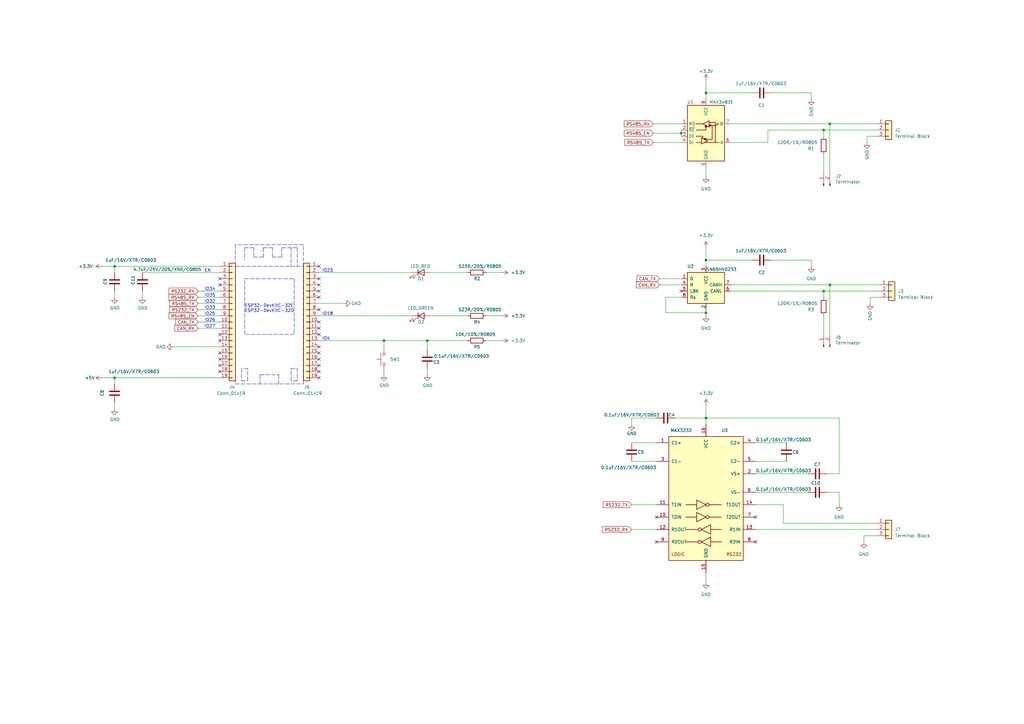
<source format=kicad_sch>
(kicad_sch (version 20211123) (generator eeschema)
  (paper "A3")
  (title_block (title "ENP-KIT-232-485-CAN") (date "2022-09-16") (rev "${git_tag}"))
  (lib_symbols
    (symbol "Connector:Conn_01x02_Male" (pin_names (offset 1.016) hide)
      (property "Reference" "J" (at 0 2.54 0))
      (property "Value" "Conn_01x02_Male" (at 0 -5.08 0))
      (symbol "Conn_01x02_Male_1_1"
        (polyline (pts (xy 1.27 -2.54) (xy 0.8636 -2.54)) (stroke (width 0.1524)))
        (polyline (pts (xy 1.27 0) (xy 0.8636 0)) (stroke (width 0.1524)))
        (rectangle (start 0.8636 -2.413) (end 0 -2.667) (stroke (width 0.1524)) (fill (type outline)))
        (rectangle (start 0.8636 0.127) (end 0 -0.127) (stroke (width 0.1524)) (fill (type outline)))
        (pin passive line (at 5.08 0 180) (length 3.81) (name "Pin_1") (number "1"))
        (pin passive line (at 5.08 -2.54 180) (length 3.81) (name "Pin_2") (number "2"))
      )
    )
    (symbol "Connector_Generic:Conn_01x03" (pin_names (offset 1.016) hide)
      (property "Reference" "J" (at 0 5.08 0))
      (property "Value" "Conn_01x03" (at 0 -5.08 0))
      (symbol "Conn_01x03_1_1"
        (rectangle (start -1.27 -2.413) (end 0 -2.667) (stroke (width 0.1524)))
        (rectangle (start -1.27 0.127) (end 0 -0.127) (stroke (width 0.1524)))
        (rectangle (start -1.27 2.667) (end 0 2.413) (stroke (width 0.1524)))
        (rectangle (start -1.27 3.81) (end 1.27 -3.81) (stroke (width 0.254)) (fill (type background)))
        (pin passive line (at -5.08 2.54 0) (length 3.81) (name "Pin_1") (number "1"))
        (pin passive line (at -5.08 0 0) (length 3.81) (name "Pin_2") (number "2"))
        (pin passive line (at -5.08 -2.54 0) (length 3.81) (name "Pin_3") (number "3"))
      )
    )
    (symbol "Connector_Generic:Conn_01x19" (pin_names (offset 1.016) hide)
      (property "Reference" "J" (at 0 25.4 0))
      (property "Value" "Conn_01x19" (at 0 -25.4 0))
      (symbol "Conn_01x19_1_1"
        (rectangle (start -1.27 -22.733) (end 0 -22.987) (stroke (width 0.1524)))
        (rectangle (start -1.27 -20.193) (end 0 -20.447) (stroke (width 0.1524)))
        (rectangle (start -1.27 -17.653) (end 0 -17.907) (stroke (width 0.1524)))
        (rectangle (start -1.27 -15.113) (end 0 -15.367) (stroke (width 0.1524)))
        (rectangle (start -1.27 -12.573) (end 0 -12.827) (stroke (width 0.1524)))
        (rectangle (start -1.27 -10.033) (end 0 -10.287) (stroke (width 0.1524)))
        (rectangle (start -1.27 -7.493) (end 0 -7.747) (stroke (width 0.1524)))
        (rectangle (start -1.27 -4.953) (end 0 -5.207) (stroke (width 0.1524)))
        (rectangle (start -1.27 -2.413) (end 0 -2.667) (stroke (width 0.1524)))
        (rectangle (start -1.27 0.127) (end 0 -0.127) (stroke (width 0.1524)))
        (rectangle (start -1.27 2.667) (end 0 2.413) (stroke (width 0.1524)))
        (rectangle (start -1.27 5.207) (end 0 4.953) (stroke (width 0.1524)))
        (rectangle (start -1.27 7.747) (end 0 7.493) (stroke (width 0.1524)))
        (rectangle (start -1.27 10.287) (end 0 10.033) (stroke (width 0.1524)))
        (rectangle (start -1.27 12.827) (end 0 12.573) (stroke (width 0.1524)))
        (rectangle (start -1.27 15.367) (end 0 15.113) (stroke (width 0.1524)))
        (rectangle (start -1.27 17.907) (end 0 17.653) (stroke (width 0.1524)))
        (rectangle (start -1.27 20.447) (end 0 20.193) (stroke (width 0.1524)))
        (rectangle (start -1.27 22.987) (end 0 22.733) (stroke (width 0.1524)))
        (rectangle (start -1.27 24.13) (end 1.27 -24.13) (stroke (width 0.254)) (fill (type background)))
        (pin passive line (at -5.08 22.86 0) (length 3.81) (name "Pin_1") (number "1"))
        (pin passive line (at -5.08 0 0) (length 3.81) (name "Pin_10") (number "10"))
        (pin passive line (at -5.08 -2.54 0) (length 3.81) (name "Pin_11") (number "11"))
        (pin passive line (at -5.08 -5.08 0) (length 3.81) (name "Pin_12") (number "12"))
        (pin passive line (at -5.08 -7.62 0) (length 3.81) (name "Pin_13") (number "13"))
        (pin passive line (at -5.08 -10.16 0) (length 3.81) (name "Pin_14") (number "14"))
        (pin passive line (at -5.08 -12.7 0) (length 3.81) (name "Pin_15") (number "15"))
        (pin passive line (at -5.08 -15.24 0) (length 3.81) (name "Pin_16") (number "16"))
        (pin passive line (at -5.08 -17.78 0) (length 3.81) (name "Pin_17") (number "17"))
        (pin passive line (at -5.08 -20.32 0) (length 3.81) (name "Pin_18") (number "18"))
        (pin passive line (at -5.08 -22.86 0) (length 3.81) (name "Pin_19") (number "19"))
        (pin passive line (at -5.08 20.32 0) (length 3.81) (name "Pin_2") (number "2"))
        (pin passive line (at -5.08 17.78 0) (length 3.81) (name "Pin_3") (number "3"))
        (pin passive line (at -5.08 15.24 0) (length 3.81) (name "Pin_4") (number "4"))
        (pin passive line (at -5.08 12.7 0) (length 3.81) (name "Pin_5") (number "5"))
        (pin passive line (at -5.08 10.16 0) (length 3.81) (name "Pin_6") (number "6"))
        (pin passive line (at -5.08 7.62 0) (length 3.81) (name "Pin_7") (number "7"))
        (pin passive line (at -5.08 5.08 0) (length 3.81) (name "Pin_8") (number "8"))
        (pin passive line (at -5.08 2.54 0) (length 3.81) (name "Pin_9") (number "9"))
      )
    )
    (symbol "Device:C" (pin_numbers hide) (pin_names (offset 0.254))
      (property "Reference" "C" (at 0.635 2.54 0))
      (property "Value" "C" (at 0.635 -2.54 0))
      (symbol "C_0_1"
        (polyline (pts (xy -2.032 -0.762) (xy 2.032 -0.762)) (stroke (width 0.508)))
        (polyline (pts (xy -2.032 0.762) (xy 2.032 0.762)) (stroke (width 0.508)))
      )
      (symbol "C_1_1"
        (pin passive line (at 0 3.81 270) (length 2.794) (name "~") (number "1"))
        (pin passive line (at 0 -3.81 90) (length 2.794) (name "~") (number "2"))
      )
    )
    (symbol "Device:LED" (pin_numbers hide) (pin_names (offset 1.016) hide)
      (property "Reference" "D" (at 0 2.54 0))
      (property "Value" "LED" (at 0 -2.54 0))
      (symbol "LED_0_1"
        (polyline (pts (xy -1.27 -1.27) (xy -1.27 1.27)) (stroke (width 0.254)))
        (polyline (pts (xy -1.27 0) (xy 1.27 0)))
        (polyline (pts (xy 1.27 -1.27) (xy 1.27 1.27) (xy -1.27 0) (xy 1.27 -1.27)) (stroke (width 0.254)))
        (polyline (pts (xy -3.048 -0.762) (xy -4.572 -2.286) (xy -3.81 -2.286) (xy -4.572 -2.286) (xy -4.572 -1.524)))
        (polyline (pts (xy -1.778 -0.762) (xy -3.302 -2.286) (xy -2.54 -2.286) (xy -3.302 -2.286) (xy -3.302 -1.524)))
      )
      (symbol "LED_1_1"
        (pin passive line (at -3.81 0 0) (length 2.54) (name "K") (number "1"))
        (pin passive line (at 3.81 0 180) (length 2.54) (name "A") (number "2"))
      )
    )
    (symbol "Device:R" (pin_numbers hide) (pin_names (offset 0))
      (property "Reference" "R" (at 2.032 0 90))
      (property "Value" "R" (at 0 0 90))
      (symbol "R_0_1"
        (rectangle (start -1.016 -2.54) (end 1.016 2.54) (stroke (width 0.254)))
      )
      (symbol "R_1_1"
        (pin passive line (at 0 3.81 270) (length 1.27) (name "~") (number "1"))
        (pin passive line (at 0 -3.81 90) (length 1.27) (name "~") (number "2"))
      )
    )
    (symbol "Interface_CAN_LIN:SN65HVD233" (pin_names (offset 1.016))
      (property "Reference" "U" (at -2.54 10.16 0))
      (property "Value" "SN65HVD233" (at -2.54 7.62 0))
      (symbol "SN65HVD233_0_1"
        (rectangle (start -7.62 5.08) (end 7.62 -7.62) (stroke (width 0.254)) (fill (type background)))
      )
      (symbol "SN65HVD233_1_1"
        (pin input line (at -10.16 2.54 0) (length 2.54) (name "D") (number "1"))
        (pin power_in line (at 0 -10.16 90) (length 2.54) (name "GND") (number "2"))
        (pin power_in line (at 0 7.62 270) (length 2.54) (name "VCC") (number "3"))
        (pin output line (at -10.16 0 0) (length 2.54) (name "R") (number "4"))
        (pin input line (at -10.16 -2.54 0) (length 2.54) (name "LBK") (number "5"))
        (pin bidirectional line (at 10.16 -2.54 180) (length 2.54) (name "CANL") (number "6"))
        (pin bidirectional line (at 10.16 0 180) (length 2.54) (name "CANH") (number "7"))
        (pin input line (at -10.16 -5.08 0) (length 2.54) (name "Rs") (number "8"))
      )
    )
    (symbol "Interface_UART:MAX232" (pin_names (offset 1.016))
      (property "Reference" "U" (at -2.54 28.575 0))
      (property "Value" "MAX232" (at -2.54 26.67 0))
      (symbol "MAX232_0_0"
        (text "LOGIC" (at -11.43 -22.86 0) (effects (font (size 1.27 1.27))))
        (text "RS232" (at 11.43 -22.86 0) (effects (font (size 1.27 1.27))))
      )
      (symbol "MAX232_0_1"
        (rectangle (start -15.24 -25.4) (end 15.24 25.4) (stroke (width 0.254)) (fill (type background)))
        (circle (center -2.54 -17.78) (radius 0.635) (stroke (width 0.254)))
        (circle (center -2.54 -12.7) (radius 0.635) (stroke (width 0.254)))
        (polyline (pts (xy -3.81 -7.62) (xy -8.255 -7.62)) (stroke (width 0.254)))
        (polyline (pts (xy -3.81 -2.54) (xy -8.255 -2.54)) (stroke (width 0.254)))
        (polyline (pts (xy -3.175 -17.78) (xy -8.255 -17.78)) (stroke (width 0.254)))
        (polyline (pts (xy -3.175 -12.7) (xy -8.255 -12.7)) (stroke (width 0.254)))
        (polyline (pts (xy 1.27 -7.62) (xy 6.35 -7.62)) (stroke (width 0.254)))
        (polyline (pts (xy 1.27 -2.54) (xy 6.35 -2.54)) (stroke (width 0.254)))
        (polyline (pts (xy 1.905 -17.78) (xy 6.35 -17.78)) (stroke (width 0.254)))
        (polyline (pts (xy 1.905 -12.7) (xy 6.35 -12.7)) (stroke (width 0.254)))
        (polyline (pts (xy -3.81 -5.715) (xy -3.81 -9.525) (xy 0 -7.62) (xy -3.81 -5.715)) (stroke (width 0.254)))
        (polyline (pts (xy -3.81 -0.635) (xy -3.81 -4.445) (xy 0 -2.54) (xy -3.81 -0.635)) (stroke (width 0.254)))
        (polyline (pts (xy 1.905 -15.875) (xy 1.905 -19.685) (xy -1.905 -17.78) (xy 1.905 -15.875)) (stroke (width 0.254)))
        (polyline (pts (xy 1.905 -10.795) (xy 1.905 -14.605) (xy -1.905 -12.7) (xy 1.905 -10.795)) (stroke (width 0.254)))
        (circle (center 0.635 -7.62) (radius 0.635) (stroke (width 0.254)))
        (circle (center 0.635 -2.54) (radius 0.635) (stroke (width 0.254)))
      )
      (symbol "MAX232_1_1"
        (pin passive line (at -20.32 22.86 0) (length 5.08) (name "C1+") (number "1"))
        (pin input line (at -20.32 -7.62 0) (length 5.08) (name "T2IN") (number "10"))
        (pin input line (at -20.32 -2.54 0) (length 5.08) (name "T1IN") (number "11"))
        (pin output line (at -20.32 -12.7 0) (length 5.08) (name "R1OUT") (number "12"))
        (pin input line (at 20.32 -12.7 180) (length 5.08) (name "R1IN") (number "13"))
        (pin output line (at 20.32 -2.54 180) (length 5.08) (name "T1OUT") (number "14"))
        (pin power_in line (at 0 -30.48 90) (length 5.08) (name "GND") (number "15"))
        (pin power_in line (at 0 30.48 270) (length 5.08) (name "VCC") (number "16"))
        (pin power_out line (at 20.32 10.16 180) (length 5.08) (name "VS+") (number "2"))
        (pin passive line (at -20.32 15.24 0) (length 5.08) (name "C1-") (number "3"))
        (pin passive line (at 20.32 22.86 180) (length 5.08) (name "C2+") (number "4"))
        (pin passive line (at 20.32 15.24 180) (length 5.08) (name "C2-") (number "5"))
        (pin power_out line (at 20.32 2.54 180) (length 5.08) (name "VS-") (number "6"))
        (pin output line (at 20.32 -7.62 180) (length 5.08) (name "T2OUT") (number "7"))
        (pin input line (at 20.32 -17.78 180) (length 5.08) (name "R2IN") (number "8"))
        (pin output line (at -20.32 -17.78 0) (length 5.08) (name "R2OUT") (number "9"))
      )
    )
    (symbol "Interface_UART:MAX485E"
      (property "Reference" "U" (at -6.096 11.43 0))
      (property "Value" "MAX485E" (at 0.762 11.43 0))
      (symbol "MAX485E_0_1"
        (rectangle (start -7.62 10.16) (end 7.62 -12.7) (stroke (width 0.254)) (fill (type background)))
        (circle (center -0.3048 -3.683) (radius 0.3556) (stroke (width 0.254)) (fill (type outline)))
        (circle (center -0.0254 1.4986) (radius 0.3556) (stroke (width 0.254)) (fill (type outline)))
        (polyline (pts (xy -4.064 -5.08) (xy -1.905 -5.08)) (stroke (width 0.254)))
        (polyline (pts (xy -4.064 2.54) (xy -1.27 2.54)) (stroke (width 0.254)))
        (polyline (pts (xy -1.27 -3.2004) (xy -1.27 -3.4544)) (stroke (width 0.254)))
        (polyline (pts (xy -0.635 -5.08) (xy 5.334 -5.08)) (stroke (width 0.254)))
        (polyline (pts (xy -4.064 -2.54) (xy -1.27 -2.54) (xy -1.27 -3.175)) (stroke (width 0.254)))
        (polyline (pts (xy 0 1.27) (xy 0 0) (xy -4.064 0)) (stroke (width 0.254)))
        (polyline (pts (xy 1.27 3.175) (xy 3.81 3.175) (xy 3.81 -5.08)) (stroke (width 0.254)))
        (polyline (pts (xy 2.54 1.905) (xy 2.54 -3.81) (xy 0 -3.81)) (stroke (width 0.254)))
        (polyline (pts (xy -1.905 -3.175) (xy -1.905 -5.715) (xy 0.635 -4.445) (xy -1.905 -3.175)) (stroke (width 0.254)))
        (polyline (pts (xy -1.27 2.54) (xy 1.27 3.81) (xy 1.27 1.27) (xy -1.27 2.54)) (stroke (width 0.254)))
        (polyline (pts (xy 1.905 1.905) (xy 4.445 1.905) (xy 4.445 2.54) (xy 5.334 2.54)) (stroke (width 0.254)))
        (rectangle (start 1.27 3.175) (end 1.27 3.175))
        (circle (center 1.651 1.905) (radius 0.3556) (stroke (width 0.254)) (fill (type outline)))
      )
      (symbol "MAX485E_1_1"
        (pin output line (at -10.16 2.54 0) (length 2.54) (name "RO") (number "1"))
        (pin input line (at -10.16 0 0) (length 2.54) (name "~{RE}") (number "2"))
        (pin input line (at -10.16 -2.54 0) (length 2.54) (name "DE") (number "3"))
        (pin input line (at -10.16 -5.08 0) (length 2.54) (name "DI") (number "4"))
        (pin power_in line (at 0 -15.24 90) (length 2.54) (name "GND") (number "5"))
        (pin bidirectional line (at 10.16 -5.08 180) (length 2.54) (name "A") (number "6"))
        (pin bidirectional line (at 10.16 2.54 180) (length 2.54) (name "B") (number "7"))
        (pin power_in line (at 0 12.7 270) (length 2.54) (name "VCC") (number "8"))
      )
    )
    (symbol "Switch:SW_Push" (pin_numbers hide) (pin_names (offset 1.016) hide)
      (property "Reference" "SW" (at 1.27 2.54 0))
      (property "Value" "SW_Push" (at 0 -1.524 0))
      (symbol "SW_Push_0_1"
        (circle (center -2.032 0) (radius 0.508))
        (polyline (pts (xy 0 1.27) (xy 0 3.048)))
        (polyline (pts (xy 2.54 1.27) (xy -2.54 1.27)))
        (circle (center 2.032 0) (radius 0.508))
        (pin passive line (at -5.08 0 0) (length 2.54) (name "1") (number "1"))
        (pin passive line (at 5.08 0 180) (length 2.54) (name "2") (number "2"))
      )
    )
    (symbol "power:+3.3V" (power) (pin_names (offset 0))
      (property "Value" "+3.3V" (at 0 3.556 0))
      (symbol "+3.3V_0_1"
        (polyline (pts (xy -0.762 1.27) (xy 0 2.54)))
        (polyline (pts (xy 0 0) (xy 0 2.54)))
        (polyline (pts (xy 0 2.54) (xy 0.762 1.27)))
      )
      (symbol "+3.3V_1_1"
        (pin power_in line (at 0 0 90) (length 0) hide (name "+3.3V") (number "1"))
      )
    )
    (symbol "power:+5V" (power) (pin_names (offset 0))
      (property "Value" "+5V" (at 0 3.556 0))
      (symbol "+5V_0_1"
        (polyline (pts (xy -0.762 1.27) (xy 0 2.54)))
        (polyline (pts (xy 0 0) (xy 0 2.54)))
        (polyline (pts (xy 0 2.54) (xy 0.762 1.27)))
      )
      (symbol "+5V_1_1"
        (pin power_in line (at 0 0 90) (length 0) hide (name "+5V") (number "1"))
      )
    )
    (symbol "power:GND" (power) (pin_names (offset 0))
      (property "Value" "GND" (at 0 -3.81 0))
      (symbol "GND_0_1"
        (polyline (pts (xy 0 0) (xy 0 -1.27) (xy 1.27 -1.27) (xy 0 -2.54) (xy -1.27 -1.27) (xy 0 -1.27)))
      )
      (symbol "GND_1_1"
        (pin power_in line (at 0 0 270) (length 0) hide (name "GND") (number "1"))
      )
    )
  )
  (junction (at 340.36 116.84))
  (junction (at 289.56 128.27))
  (junction (at 289.56 171.45))
  (junction (at 340.36 50.8))
  (junction (at 337.82 53.34))
  (junction (at 289.56 106.68))
  (junction (at 46.99 109.22))
  (junction (at 46.99 154.94))
  (junction (at 175.26 139.7))
  (junction (at 337.82 119.38))
  (junction (at 279.4 54.61))
  (junction (at 157.48 139.7))
  (junction (at 289.56 38.1))
  (no_connect (at 269.24 222.25))
  (no_connect (at 130.81 114.3))
  (no_connect (at 309.88 212.09))
  (no_connect (at 130.81 109.22))
  (no_connect (at 269.24 212.09))
  (no_connect (at 130.81 132.08))
  (no_connect (at 90.17 149.86))
  (no_connect (at 90.17 137.16))
  (no_connect (at 130.81 127))
  (no_connect (at 90.17 116.84))
  (no_connect (at 90.17 144.78))
  (no_connect (at 279.4 119.38))
  (no_connect (at 130.81 137.16))
  (no_connect (at 90.17 114.3))
  (no_connect (at 90.17 139.7))
  (no_connect (at 90.17 152.4))
  (no_connect (at 130.81 152.4))
  (no_connect (at 130.81 119.38))
  (no_connect (at 130.81 116.84))
  (no_connect (at 130.81 147.32))
  (no_connect (at 90.17 147.32))
  (no_connect (at 130.81 142.24))
  (no_connect (at 309.88 222.25))
  (no_connect (at 130.81 134.62))
  (no_connect (at 130.81 121.92))
  (no_connect (at 130.81 154.94))
  (no_connect (at 130.81 144.78))
  (no_connect (at 130.81 149.86))
  (wire (pts (xy 175.26 139.7) (xy 175.26 143.51)))
  (wire (pts (xy 340.36 71.12) (xy 340.36 50.8)))
  (wire (pts (xy 279.4 54.61) (xy 279.4 53.34)))
  (wire (pts (xy 175.26 153.67) (xy 175.26 151.13)))
  (polyline (pts (xy 119.38 156.21) (xy 119.38 151.13)))
  (wire (pts (xy 289.56 38.1) (xy 289.56 40.64)))
  (wire (pts (xy 289.56 33.02) (xy 289.56 38.1)))
  (wire (pts (xy 157.48 139.7) (xy 175.26 139.7)))
  (wire (pts (xy 337.82 63.5) (xy 337.82 71.12)))
  (wire (pts (xy 273.05 121.92) (xy 279.4 121.92)))
  (wire (pts (xy 46.99 109.22) (xy 90.17 109.22)))
  (wire (pts (xy 339.09 194.31) (xy 344.17 194.31)))
  (wire (pts (xy 130.81 111.76) (xy 168.91 111.76)))
  (wire (pts (xy 337.82 55.88) (xy 337.82 53.34)))
  (polyline (pts (xy 96.52 100.33) (xy 96.52 157.48)))
  (wire (pts (xy 289.56 171.45) (xy 289.56 173.99)))
  (wire (pts (xy 309.88 207.01) (xy 321.31 207.01)))
  (wire (pts (xy 289.56 101.6) (xy 289.56 106.68)))
  (wire (pts (xy 81.28 124.46) (xy 90.17 124.46)))
  (polyline (pts (xy 104.14 105.41) (xy 104.14 101.6)))
  (polyline (pts (xy 100.33 101.6) (xy 100.33 106.68)))
  (wire (pts (xy 309.88 201.93) (xy 331.47 201.93)))
  (wire (pts (xy 130.81 139.7) (xy 157.48 139.7)))
  (wire (pts (xy 316.23 38.1) (xy 332.74 38.1)))
  (wire (pts (xy 299.72 58.42) (xy 314.96 58.42)))
  (polyline (pts (xy 111.76 105.41) (xy 111.76 101.6)))
  (wire (pts (xy 356.87 121.92) (xy 356.87 124.46)))
  (polyline (pts (xy 96.52 109.22) (xy 124.46 109.22)))
  (wire (pts (xy 58.42 111.76) (xy 90.17 111.76)))
  (wire (pts (xy 279.4 54.61) (xy 279.4 55.88)))
  (wire (pts (xy 267.97 50.8) (xy 279.4 50.8)))
  (wire (pts (xy 46.99 165.1) (xy 46.99 167.64)))
  (wire (pts (xy 205.74 111.76) (xy 199.39 111.76)))
  (wire (pts (xy 259.08 217.17) (xy 269.24 217.17)))
  (wire (pts (xy 340.36 116.84) (xy 360.68 116.84)))
  (polyline (pts (xy 121.92 101.6) (xy 121.92 109.22)))
  (polyline (pts (xy 100.33 137.16) (xy 100.33 114.3)))
  (polyline (pts (xy 120.65 137.16) (xy 100.33 137.16)))
  (wire (pts (xy 81.28 121.92) (xy 90.17 121.92)))
  (wire (pts (xy 355.6 55.88) (xy 355.6 58.42)))
  (wire (pts (xy 309.88 194.31) (xy 331.47 194.31)))
  (wire (pts (xy 41.91 109.22) (xy 46.99 109.22)))
  (wire (pts (xy 337.82 121.92) (xy 337.82 119.38)))
  (wire (pts (xy 340.36 50.8) (xy 359.41 50.8)))
  (wire (pts (xy 58.42 119.38) (xy 58.42 121.92)))
  (wire (pts (xy 157.48 142.24) (xy 157.48 139.7)))
  (polyline (pts (xy 121.92 151.13) (xy 121.92 156.21)))
  (wire (pts (xy 289.56 171.45) (xy 344.17 171.45)))
  (wire (pts (xy 337.82 53.34) (xy 359.41 53.34)))
  (wire (pts (xy 289.56 68.58) (xy 289.56 72.39)))
  (polyline (pts (xy 111.76 101.6) (xy 107.95 101.6)))
  (wire (pts (xy 273.05 121.92) (xy 273.05 128.27)))
  (polyline (pts (xy 114.3 153.67) (xy 114.3 157.48)))
  (wire (pts (xy 289.56 38.1) (xy 308.61 38.1)))
  (wire (pts (xy 41.91 154.94) (xy 46.99 154.94)))
  (wire (pts (xy 316.23 106.68) (xy 332.74 106.68)))
  (polyline (pts (xy 115.57 101.6) (xy 115.57 105.41)))
  (polyline (pts (xy 99.06 156.21) (xy 101.6 156.21)))
  (wire (pts (xy 289.56 128.27) (xy 289.56 127)))
  (wire (pts (xy 289.56 128.27) (xy 289.56 129.54)))
  (wire (pts (xy 289.56 106.68) (xy 289.56 109.22)))
  (wire (pts (xy 337.82 129.54) (xy 337.82 137.16)))
  (wire (pts (xy 259.08 171.45) (xy 259.08 173.99)))
  (wire (pts (xy 332.74 38.1) (xy 332.74 40.64)))
  (wire (pts (xy 322.58 181.61) (xy 309.88 181.61)))
  (wire (pts (xy 130.81 124.46) (xy 140.97 124.46)))
  (polyline (pts (xy 107.95 105.41) (xy 104.14 105.41)))
  (polyline (pts (xy 121.92 156.21) (xy 119.38 156.21)))
  (polyline (pts (xy 124.46 100.33) (xy 96.52 100.33)))
  (polyline (pts (xy 106.68 153.67) (xy 106.68 157.48)))
  (polyline (pts (xy 124.46 157.48) (xy 124.46 100.33)))
  (wire (pts (xy 71.12 142.24) (xy 90.17 142.24)))
  (wire (pts (xy 205.74 139.7) (xy 199.39 139.7)))
  (wire (pts (xy 314.96 58.42) (xy 314.96 53.34)))
  (wire (pts (xy 191.77 129.54) (xy 176.53 129.54)))
  (polyline (pts (xy 119.38 151.13) (xy 121.92 151.13)))
  (wire (pts (xy 259.08 207.01) (xy 269.24 207.01)))
  (wire (pts (xy 267.97 54.61) (xy 279.4 54.61)))
  (polyline (pts (xy 107.95 101.6) (xy 107.95 105.41)))
  (polyline (pts (xy 96.52 157.48) (xy 124.46 157.48)))
  (wire (pts (xy 309.88 217.17) (xy 359.41 217.17)))
  (wire (pts (xy 81.28 129.54) (xy 90.17 129.54)))
  (polyline (pts (xy 101.6 156.21) (xy 101.6 151.13)))
  (wire (pts (xy 332.74 106.68) (xy 332.74 109.22)))
  (wire (pts (xy 46.99 109.22) (xy 46.99 111.76)))
  (wire (pts (xy 359.41 219.71) (xy 354.33 219.71)))
  (wire (pts (xy 299.72 119.38) (xy 337.82 119.38)))
  (wire (pts (xy 269.24 171.45) (xy 259.08 171.45)))
  (wire (pts (xy 157.48 152.4) (xy 157.48 153.67)))
  (wire (pts (xy 130.81 129.54) (xy 168.91 129.54)))
  (wire (pts (xy 299.72 50.8) (xy 340.36 50.8)))
  (wire (pts (xy 360.68 121.92) (xy 356.87 121.92)))
  (wire (pts (xy 46.99 154.94) (xy 90.17 154.94)))
  (wire (pts (xy 46.99 154.94) (xy 46.99 157.48)))
  (wire (pts (xy 191.77 111.76) (xy 176.53 111.76)))
  (wire (pts (xy 309.88 189.23) (xy 322.58 189.23)))
  (wire (pts (xy 321.31 214.63) (xy 359.41 214.63)))
  (wire (pts (xy 267.97 58.42) (xy 279.4 58.42)))
  (polyline (pts (xy 99.06 151.13) (xy 99.06 156.21)))
  (wire (pts (xy 289.56 106.68) (xy 308.61 106.68)))
  (wire (pts (xy 354.33 219.71) (xy 354.33 222.25)))
  (wire (pts (xy 321.31 207.01) (xy 321.31 214.63)))
  (wire (pts (xy 276.86 171.45) (xy 289.56 171.45)))
  (wire (pts (xy 270.51 114.3) (xy 279.4 114.3)))
  (wire (pts (xy 81.28 119.38) (xy 90.17 119.38)))
  (wire (pts (xy 205.74 129.54) (xy 199.39 129.54)))
  (wire (pts (xy 359.41 55.88) (xy 355.6 55.88)))
  (polyline (pts (xy 106.68 153.67) (xy 114.3 153.67)))
  (polyline (pts (xy 104.14 101.6) (xy 100.33 101.6)))
  (polyline (pts (xy 101.6 151.13) (xy 99.06 151.13)))
  (wire (pts (xy 46.99 119.38) (xy 46.99 121.92)))
  (polyline (pts (xy 115.57 101.6) (xy 121.92 101.6)))
  (wire (pts (xy 175.26 139.7) (xy 191.77 139.7)))
  (polyline (pts (xy 100.33 114.3) (xy 120.65 114.3)))
  (polyline (pts (xy 119.38 101.6) (xy 119.38 109.22)))
  (wire (pts (xy 339.09 201.93) (xy 344.17 201.93)))
  (wire (pts (xy 299.72 116.84) (xy 340.36 116.84)))
  (wire (pts (xy 90.17 134.62) (xy 81.28 134.62)))
  (wire (pts (xy 81.28 127) (xy 90.17 127)))
  (polyline (pts (xy 115.57 105.41) (xy 111.76 105.41)))
  (wire (pts (xy 269.24 189.23) (xy 259.08 189.23)))
  (wire (pts (xy 90.17 132.08) (xy 81.28 132.08)))
  (wire (pts (xy 344.17 201.93) (xy 344.17 207.01)))
  (wire (pts (xy 259.08 181.61) (xy 269.24 181.61)))
  (wire (pts (xy 344.17 194.31) (xy 344.17 171.45)))
  (wire (pts (xy 273.05 128.27) (xy 289.56 128.27)))
  (polyline (pts (xy 120.65 114.3) (xy 120.65 137.16)))
  (wire (pts (xy 289.56 234.95) (xy 289.56 238.76)))
  (wire (pts (xy 289.56 166.37) (xy 289.56 171.45)))
  (wire (pts (xy 337.82 119.38) (xy 360.68 119.38)))
  (wire (pts (xy 314.96 53.34) (xy 337.82 53.34)))
  (wire (pts (xy 270.51 116.84) (xy 279.4 116.84)))
  (wire (pts (xy 340.36 137.16) (xy 340.36 116.84)))
  (text "IO4" (at 132.08 139.7 0) (effects (font (size 1.27 1.27)) (justify left bottom)))
  (text "IO35" (at 83.82 121.92 0) (effects (font (size 1.27 1.27)) (justify left bottom)))
  (text "IO26" (at 83.82 132.08 0) (effects (font (size 1.27 1.27)) (justify left bottom)))
  (text "IO27" (at 83.82 134.62 0) (effects (font (size 1.27 1.27)) (justify left bottom)))
  (text "IO18" (at 132.08 129.54 0) (effects (font (size 1.27 1.27)) (justify left bottom)))
  (text "EN" (at 83.82 111.76 0) (effects (font (size 1.27 1.27)) (justify left bottom)))
  (text "ESP32-DevKitC-32E\nESP32-DevKitC-32D" (at 100.33 128.27 0) (effects (font (size 1.27 1.27)) (justify left bottom)))
  (text "IO32" (at 83.82 124.46 0) (effects (font (size 1.27 1.27)) (justify left bottom)))
  (text "IO34" (at 83.82 119.38 0) (effects (font (size 1.27 1.27)) (justify left bottom)))
  (text "IO33" (at 83.82 127 0) (effects (font (size 1.27 1.27)) (justify left bottom)))
  (text "IO23" (at 132.08 111.76 0) (effects (font (size 1.27 1.27)) (justify left bottom)))
  (text "IO25" (at 83.82 129.54 0) (effects (font (size 1.27 1.27)) (justify left bottom)))
  (global_label "RS232_TX" (shape input) (at 259.08 207.01 180) (property "Intersheet References" "${INTERSHEET_REFS}" (effects hide)))
  (global_label "RS485_RX" (shape input) (at 267.97 50.8 180) (property "Intersheet References" "${INTERSHEET_REFS}" (effects hide)))
  (global_label "RS485_TX" (shape input) (at 267.97 58.42 180) (property "Intersheet References" "${INTERSHEET_REFS}" (effects hide)))
  (global_label "CAN_TX" (shape input) (at 81.28 132.08 180) (property "Intersheet References" "${INTERSHEET_REFS}" (effects hide)))
  (global_label "RS232_TX" (shape input) (at 81.28 127 180) (property "Intersheet References" "${INTERSHEET_REFS}" (effects hide)))
  (global_label "RS485_TX" (shape input) (at 81.28 124.46 180) (property "Intersheet References" "${INTERSHEET_REFS}" (effects hide)))
  (global_label "RS485_RX" (shape input) (at 81.28 121.92 180) (property "Intersheet References" "${INTERSHEET_REFS}" (effects hide)))
  (global_label "RS232_RX" (shape input) (at 81.28 119.38 180) (property "Intersheet References" "${INTERSHEET_REFS}" (effects hide)))
  (global_label "RS485_EN" (shape input) (at 81.28 129.54 180) (property "Intersheet References" "${INTERSHEET_REFS}" (effects hide)))
  (global_label "CAN_RX" (shape input) (at 270.51 116.84 180) (property "Intersheet References" "${INTERSHEET_REFS}" (effects hide)))
  (global_label "CAN_RX" (shape input) (at 81.28 134.62 180) (property "Intersheet References" "${INTERSHEET_REFS}" (effects hide)))
  (global_label "RS485_EN" (shape input) (at 267.97 54.61 180) (property "Intersheet References" "${INTERSHEET_REFS}" (effects hide)))
  (global_label "CAN_TX" (shape input) (at 270.51 114.3 180) (property "Intersheet References" "${INTERSHEET_REFS}" (effects hide)))
  (global_label "RS232_RX" (shape input) (at 259.08 217.17 180) (property "Intersheet References" "${INTERSHEET_REFS}" (effects hide)))
  (symbol (lib_id "Connector_Generic:Conn_01x19") (at 95.25 132.08 0) (unit 1)
    (property "Reference" "J4" (at 93.98 158.75 0) (effects (justify left)))
    (property "Value" "Conn_01x19" (at 88.9 161.29 0) (effects (justify left)))
    (property "Footprint" "Connector_PinSocket_2.54mm:PinSocket_1x19_P2.54mm_Vertical" (effects hide))
    (property "Datasheet" "http://outer.connfly.group/static/upload/file/pdf/DS1023-01.pdf" (effects hide))
    (property "Part number" "PBS-19 (DS1023-1*19SF1)" (effects hide))
    (property "JLCPCB Part #" "C319202" (effects hide))
  )
  (symbol (lib_id "Connector_Generic:Conn_01x19") (at 125.73 132.08 0) (mirror y) (unit 1)
    (property "Reference" "J5" (at 127 158.75 0) (effects (justify left)))
    (property "Value" "Conn_01x19" (at 132.08 161.29 0) (effects (justify left)))
    (property "Footprint" "Connector_PinSocket_2.54mm:PinSocket_1x19_P2.54mm_Vertical" (effects hide))
    (property "Datasheet" "http://outer.connfly.group/static/upload/file/pdf/DS1023-01.pdf" (effects hide))
    (property "Part number" "PBS-19 (DS1023-1*19SF1)" (effects hide))
    (property "JLCPCB Part #" "C319202" (effects hide))
  )
  (symbol (lib_id "power:GND") (at 46.99 167.64 0) (unit 1)
    (property "Reference" "#PWR023" (effects hide))
    (property "Value" "GND" (at 47.117 172.0342 0))
  )
  (symbol (lib_id "Device:LED") (at 172.72 129.54 0) (unit 1)
    (property "Reference" "D2" (at 172.72 132.08 0))
    (property "Value" "LED_GREEN" (at 172.5422 126.3396 0))
    (property "Footprint" "LED_SMD:LED_0805_2012Metric" (effects hide))
    (property "Datasheet" "https://ru.mouser.com/datasheet/2/216/APT2012ZGC-82438.pdf" (effects hide))
    (property "Part number" "APT2012ZGC" (effects hide))
    (property "JLCPCB Part #" "C2297" (effects hide))
  )
  (symbol (lib_id "Device:LED") (at 172.72 111.76 0) (unit 1)
    (property "Reference" "D1" (at 173.99 114.3 0) (effects (justify right)))
    (property "Value" "LED_RED" (at 176.53 109.22 0) (effects (justify right)))
    (property "Footprint" "LED_SMD:LED_0805_2012Metric" (effects hide))
    (property "Datasheet" "https://eu.mouser.com/datasheet/2/216/kingbright_apt2012surc-1173583.pdf" (effects hide))
    (property "Part number" "APT2012SURC" (effects hide))
    (property "JLCPCB Part #" "C84256" (effects hide))
  )
  (symbol (lib_id "Switch:SW_Push") (at 157.48 147.32 90) (unit 1)
    (property "Reference" "SW1" (at 160.02 147.32 90) (effects (justify right)))
    (property "Value" "SW_Push" (effects hide))
    (property "Footprint" "Button_Switch_SMD:SW_Push_1P1T_NO_6x6mm_H9.5mm" (effects hide))
    (property "Datasheet" "https://eu.mouser.com/datasheet/2/910/464_DTSMJ_6-1571536.pdf" (effects hide))
    (property "Part number" "DTSM-62Y-V-T/R" (effects hide))
    (property "JLCPCB Part #" "C2834922" (effects hide))
  )
  (symbol (lib_id "Device:R") (at 195.58 139.7 270) (unit 1)
    (property "Reference" "R5" (at 194.31 142.24 90) (effects (justify left)))
    (property "Value" "10K/10%/R0805" (at 186.69 137.16 90) (effects (justify left)))
    (property "Footprint" "Resistor_SMD:R_0805_2012Metric" (effects hide))
    (property "Part number" "RC0805FR-0710KL" (effects hide))
    (property "JLCPCB Part #" "C17414" (effects hide))
  )
  (symbol (lib_id "power:GND") (at 175.26 153.67 0) (unit 1)
    (property "Reference" "#PWR017" (effects hide))
    (property "Value" "GND" (at 175.387 158.0642 0))
  )
  (symbol (lib_id "power:GND") (at 46.99 121.92 0) (unit 1)
    (property "Reference" "#PWR024" (effects hide))
    (property "Value" "GND" (at 47.117 126.3142 0))
  )
  (symbol (lib_id "power:+5V") (at 41.91 154.94 90) (unit 1)
    (property "Reference" "#PWR018" (effects hide))
    (property "Value" "+5V" (at 36.83 154.94 90))
  )
  (symbol (lib_id "power:GND") (at 71.12 142.24 270) (unit 1)
    (property "Reference" "#PWR015" (effects hide))
    (property "Value" "GND" (at 66.04 142.24 90))
  )
  (symbol (lib_id "power:GND") (at 140.97 124.46 90) (unit 1)
    (property "Reference" "#PWR010" (effects hide))
    (property "Value" "GND" (at 146.05 124.46 90))
  )
  (symbol (lib_id "Device:R") (at 195.58 111.76 270) (unit 1)
    (property "Reference" "R2" (at 194.31 114.3 90) (effects (justify left)))
    (property "Value" "523R/20%/R0805" (at 187.96 109.22 90) (effects (justify left)))
    (property "Footprint" "Resistor_SMD:R_0805_2012Metric" (effects hide))
    (property "Part number" "RC0805FR-07523RL" (effects hide))
    (property "JLCPCB Part #" "C218615" (effects hide))
  )
  (symbol (lib_id "Device:R") (at 195.58 129.54 270) (unit 1)
    (property "Reference" "R4" (at 194.31 132.08 90) (effects (justify left)))
    (property "Value" "523R/20%/R0805" (at 187.96 127 90) (effects (justify left)))
    (property "Footprint" "Resistor_SMD:R_0805_2012Metric" (effects hide))
    (property "Part number" "RC0805FR-07523RL" (effects hide))
    (property "JLCPCB Part #" "C218615" (effects hide))
  )
  (symbol (lib_id "Interface_UART:MAX485E") (at 289.56 53.34 0) (unit 1)
    (property "Reference" "U1" (at 283.21 41.91 0))
    (property "Value" "MAX3483E" (at 295.91 41.91 0))
    (property "Footprint" "Package_SO:SO-8_3.9x4.9mm_P1.27mm" (effects hide))
    (property "Datasheet" "https://datasheets.maximintegrated.com/en/ds/MAX3483E-MAX3491E.pdf" (effects hide))
    (property "Part number" "MAX3485EESA+" (effects hide))
    (property "JLCPCB Part #" "C668204" (effects hide))
  )
  (symbol (lib_id "Device:C") (at 312.42 38.1 90) (unit 1)
    (property "Reference" "C1" (at 313.69 43.18 90) (effects (justify left)))
    (property "Value" "1uF/16V/X7R/C0603" (at 322.58 34.29 90) (effects (justify left)))
    (property "Footprint" "Capacitor_SMD:C_0603_1608Metric" (effects hide))
    (property "Part number" "CL10A105KB8NNNC" (effects hide))
    (property "JLCPCB Part #" "C15849" (effects hide))
  )
  (symbol (lib_id "Interface_CAN_LIN:SN65HVD233") (at 289.56 116.84 0) (unit 1)
    (property "Reference" "U2" (at 283.21 109.22 0))
    (property "Value" "SN65HVD233" (at 295.91 110.49 0))
    (property "Footprint" "Package_SO:SOIC-8_3.9x4.9mm_P1.27mm" (effects hide))
    (property "Datasheet" "http://www.ti.com/lit/ds/symlink/sn65hvd234.pdf" (effects hide))
    (property "Part number" "SN65HVD231DR" (effects hide))
    (property "JLCPCB Part #" "C129257" (effects hide))
  )
  (symbol (lib_id "Interface_UART:MAX232") (at 289.56 204.47 0) (unit 1)
    (property "Reference" "U3" (at 297.18 176.53 0))
    (property "Value" "MAX3232" (at 279.4 176.53 0))
    (property "Footprint" "Package_SO:SOIC-16_3.9x9.9mm_P1.27mm" (effects hide))
    (property "Datasheet" "https://datasheets.maximintegrated.com/en/ds/MAX3222-MAX3241.pdf" (effects hide))
    (property "Part number" "MAX3232ESE+" (effects hide))
    (property "JLCPCB Part #" "C2904738" (effects hide))
  )
  (symbol (lib_id "Device:C") (at 175.26 147.32 180) (unit 1)
    (property "Reference" "C3" (at 180.34 148.59 0) (effects (justify left)))
    (property "Value" "0.1uF/16V/X7R/C0603" (at 200.66 146.05 0) (effects (justify left)))
    (property "Footprint" "Capacitor_SMD:C_0603_1608Metric" (effects hide))
    (property "Part number" "CC0603KRX7R9BB104" (effects hide))
    (property "JLCPCB Part #" "C14663" (effects hide))
  )
  (symbol (lib_id "Device:R") (at 337.82 59.69 180) (unit 1)
    (property "Reference" "R1" (at 334.01 60.96 0) (effects (justify left)))
    (property "Value" "120R/1%/R0805" (at 335.28 58.42 0) (effects (justify left)))
    (property "Footprint" "Resistor_SMD:R_0805_2012Metric" (effects hide))
    (property "Part number" "RC0805FR-07120RL" (effects hide))
    (property "JLCPCB Part #" "C114245" (effects hide))
  )
  (symbol (lib_id "Connector:Conn_01x02_Male") (at 337.82 76.2 90) (unit 1)
    (property "Reference" "J2" (at 342.5952 72.2884 90) (effects (justify right)))
    (property "Value" "Terminator" (at 342.5952 74.5998 90) (effects (justify right)))
    (property "Footprint" "Connector_PinHeader_2.54mm:PinHeader_1x02_P2.54mm_Vertical" (effects hide))
    (property "Datasheet" "https://static.chipdip.ru/lib/227/DOC000227157.pdf" (effects hide))
    (property "Part number" "DS1021-1*2SF11-B" (effects hide))
    (property "JLCPCB Part #" "C492401" (effects hide))
  )
  (symbol (lib_id "Connector_Generic:Conn_01x03") (at 364.49 53.34 0) (unit 1)
    (property "Reference" "J1" (at 367.03 53.34 0) (effects (justify left)))
    (property "Value" "Terminal Block" (at 367.03 55.88 0) (effects (justify left)))
    (property "Footprint" "TerminalBlock_Phoenix:TerminalBlock_Phoenix_PT-1,5-3-3.5-H_1x03_P3.50mm_Horizontal" (effects hide))
    (property "Datasheet" "https://datasheet.lcsc.com/lcsc/2103161707_DEGSON-DG350-3-5-03P-14-00A-H_C2760669.pdf" (effects hide))
    (property "Part number" "DG350-3.5-03P-14-00A(H)" (effects hide))
    (property "JLCPCB Part #" "C2760669" (effects hide))
  )
  (symbol (lib_id "Connector_Generic:Conn_01x03") (at 365.76 119.38 0) (unit 1)
    (property "Reference" "J3" (at 368.3 119.38 0) (effects (justify left)))
    (property "Value" "Terminal Block" (at 368.3 121.92 0) (effects (justify left)))
    (property "Footprint" "TerminalBlock_Phoenix:TerminalBlock_Phoenix_PT-1,5-3-3.5-H_1x03_P3.50mm_Horizontal" (effects hide))
    (property "Datasheet" "https://datasheet.lcsc.com/lcsc/2103161707_DEGSON-DG350-3-5-03P-14-00A-H_C2760669.pdf" (effects hide))
    (property "Part number" "DG350-3.5-03P-14-00A(H)" (effects hide))
    (property "JLCPCB Part #" "C2760669" (effects hide))
  )
  (symbol (lib_id "Connector_Generic:Conn_01x03") (at 364.49 217.17 0) (unit 1)
    (property "Reference" "J7" (at 367.03 217.17 0) (effects (justify left)))
    (property "Value" "Terminal Block" (at 367.03 219.71 0) (effects (justify left)))
    (property "Footprint" "TerminalBlock_Phoenix:TerminalBlock_Phoenix_PT-1,5-3-3.5-H_1x03_P3.50mm_Horizontal" (effects hide))
    (property "Datasheet" "https://datasheet.lcsc.com/lcsc/2103161707_DEGSON-DG350-3-5-03P-14-00A-H_C2760669.pdf" (effects hide))
    (property "Part number" "DG350-3.5-03P-14-00A(H)" (effects hide))
    (property "JLCPCB Part #" "C2760669" (effects hide))
  )
  (symbol (lib_id "power:GND") (at 332.74 40.64 0) (unit 1)
    (property "Reference" "#PWR02" (effects hide))
    (property "Value" "GND" (at 332.74 45.72 90))
  )
  (symbol (lib_id "Connector:Conn_01x02_Male") (at 337.82 142.24 90) (unit 1)
    (property "Reference" "J6" (at 342.5952 138.3284 90) (effects (justify right)))
    (property "Value" "Terminator" (at 342.5952 140.6398 90) (effects (justify right)))
    (property "Footprint" "Connector_PinHeader_2.54mm:PinHeader_1x02_P2.54mm_Vertical" (effects hide))
    (property "Datasheet" "https://static.chipdip.ru/lib/227/DOC000227157.pdf" (effects hide))
    (property "Part number" "DS1021-1*2SF11-B" (effects hide))
    (property "JLCPCB Part #" "C492401" (effects hide))
  )
  (symbol (lib_id "power:GND") (at 355.6 58.42 0) (unit 1)
    (property "Reference" "#PWR03" (effects hide))
    (property "Value" "GND" (at 355.6 63.5 90))
  )
  (symbol (lib_id "power:GND") (at 289.56 72.39 0) (unit 1)
    (property "Reference" "#PWR04" (effects hide))
    (property "Value" "GND" (at 289.56 77.47 0))
  )
  (symbol (lib_id "Device:C") (at 312.42 106.68 90) (unit 1)
    (property "Reference" "C2" (at 313.69 111.76 90) (effects (justify left)))
    (property "Value" "1uF/16V/X7R/C0603" (at 322.58 102.87 90) (effects (justify left)))
    (property "Footprint" "Capacitor_SMD:C_0603_1608Metric" (effects hide))
    (property "Part number" "CL10A105KB8NNNC" (effects hide))
    (property "JLCPCB Part #" "C15849" (effects hide))
  )
  (symbol (lib_id "power:GND") (at 332.74 109.22 0) (unit 1)
    (property "Reference" "#PWR08" (effects hide))
    (property "Value" "GND" (at 332.74 114.3 0))
  )
  (symbol (lib_id "Device:R") (at 337.82 125.73 180) (unit 1)
    (property "Reference" "R3" (at 334.01 127 0) (effects (justify left)))
    (property "Value" "120R/1%/R0805" (at 335.28 124.46 0) (effects (justify left)))
    (property "Footprint" "Resistor_SMD:R_0805_2012Metric" (effects hide))
    (property "Part number" "RC0805FR-07120RL" (effects hide))
    (property "JLCPCB Part #" "C114245" (effects hide))
  )
  (symbol (lib_id "power:GND") (at 356.87 124.46 0) (unit 1)
    (property "Reference" "#PWR011" (effects hide))
    (property "Value" "GND" (at 356.87 129.54 90))
  )
  (symbol (lib_id "Device:C") (at 46.99 161.29 0) (unit 1)
    (property "Reference" "C8" (at 41.91 162.56 90) (effects (justify left)))
    (property "Value" "1uF/16V/X7R/C0603" (at 44.45 152.4 0) (effects (justify left)))
    (property "Footprint" "Capacitor_SMD:C_0603_1608Metric" (effects hide))
    (property "Part number" "CL10A105KB8NNNC" (effects hide))
    (property "JLCPCB Part #" "C15849" (effects hide))
  )
  (symbol (lib_id "Device:C") (at 46.99 115.57 0) (unit 1)
    (property "Reference" "C9" (at 43.18 116.84 90) (effects (justify left)))
    (property "Value" "1uF/16V/X7R/C0603" (at 43.18 106.68 0) (effects (justify left)))
    (property "Footprint" "Capacitor_SMD:C_0603_1608Metric" (effects hide))
    (property "Part number" "CL10A105KB8NNNC" (effects hide))
    (property "JLCPCB Part #" "C15849" (effects hide))
  )
  (symbol (lib_id "power:GND") (at 289.56 129.54 0) (unit 1)
    (property "Reference" "#PWR013" (effects hide))
    (property "Value" "GND" (at 289.56 134.62 0))
  )
  (symbol (lib_id "Device:C") (at 273.05 171.45 90) (unit 1)
    (property "Reference" "C4" (at 276.86 170.18 90) (effects (justify left)))
    (property "Value" "0.1uF/16V/X7R/C0603" (at 270.51 170.18 90) (effects (justify left)))
    (property "Footprint" "Capacitor_SMD:C_0603_1608Metric" (effects hide))
    (property "Part number" "CC0603KRX7R9BB104" (effects hide))
    (property "JLCPCB Part #" "C14663" (effects hide))
  )
  (symbol (lib_id "Device:C") (at 259.08 185.42 180) (unit 1)
    (property "Reference" "C5" (at 264.16 185.42 0) (effects (justify left)))
    (property "Value" "0.1uF/16V/X7R/C0603" (at 269.24 191.77 0) (effects (justify left)))
    (property "Footprint" "Capacitor_SMD:C_0603_1608Metric" (effects hide))
    (property "Part number" "CC0603KRX7R9BB104" (effects hide))
    (property "JLCPCB Part #" "C14663" (effects hide))
  )
  (symbol (lib_id "Device:C") (at 322.58 185.42 180) (unit 1)
    (property "Reference" "C6" (at 327.66 185.42 0) (effects (justify left)))
    (property "Value" "0.1uF/16V/X7R/C0603" (at 332.74 180.34 0) (effects (justify left)))
    (property "Footprint" "Capacitor_SMD:C_0603_1608Metric" (effects hide))
    (property "Part number" "CC0603KRX7R9BB104" (effects hide))
    (property "JLCPCB Part #" "C14663" (effects hide))
  )
  (symbol (lib_id "Device:C") (at 335.28 201.93 90) (unit 1)
    (property "Reference" "C10" (at 336.55 198.12 90) (effects (justify left)))
    (property "Value" "0.1uF/16V/X7R/C0603" (at 332.74 200.66 90) (effects (justify left)))
    (property "Footprint" "Capacitor_SMD:C_0603_1608Metric" (effects hide))
    (property "Part number" "CC0603KRX7R9BB104" (effects hide))
    (property "JLCPCB Part #" "C14663" (effects hide))
  )
  (symbol (lib_id "Device:C") (at 335.28 194.31 90) (unit 1)
    (property "Reference" "C7" (at 336.55 190.5 90) (effects (justify left)))
    (property "Value" "0.1uF/16V/X7R/C0603" (at 332.74 193.04 90) (effects (justify left)))
    (property "Footprint" "Capacitor_SMD:C_0603_1608Metric" (effects hide))
    (property "Part number" "CC0603KRX7R9BB104" (effects hide))
    (property "JLCPCB Part #" "C14663" (effects hide))
  )
  (symbol (lib_id "power:GND") (at 344.17 207.01 0) (unit 1)
    (property "Reference" "#PWR025" (effects hide))
    (property "Value" "GND" (at 344.17 212.09 0))
  )
  (symbol (lib_id "power:GND") (at 354.33 222.25 0) (unit 1)
    (property "Reference" "#PWR026" (effects hide))
    (property "Value" "GND" (at 354.33 227.33 0))
  )
  (symbol (lib_id "power:GND") (at 289.56 238.76 0) (unit 1)
    (property "Reference" "#PWR027" (effects hide))
    (property "Value" "GND" (at 289.56 243.84 0))
  )
  (symbol (lib_id "power:GND") (at 259.08 173.99 0) (unit 1)
    (property "Reference" "#PWR020" (effects hide))
    (property "Value" "GND" (at 259.08 177.8 0))
  )
  (symbol (lib_id "power:GND") (at 157.48 153.67 0) (unit 1)
    (property "Reference" "#PWR016" (effects hide))
    (property "Value" "GND" (at 157.607 158.0642 0))
  )
  (symbol (lib_id "power:+3.3V") (at 289.56 33.02 0) (unit 1)
    (property "Reference" "#PWR01" (effects hide))
    (property "Value" "+3.3V" (at 289.56 29.21 0))
  )
  (symbol (lib_id "Device:C") (at 58.42 115.57 0) (unit 1)
    (property "Reference" "C11" (at 54.61 116.84 90) (effects (justify left)))
    (property "Value" "4.7uF/25V/20%/X5R/C0805" (at 54.61 110.49 0) (effects (justify left)))
    (property "Footprint" "Capacitor_SMD:C_0805_2012Metric" (effects hide))
    (property "Part number" "CL21A475KAQNNNG" (effects hide))
    (property "JLCPCB Part #" "C1779" (effects hide))
  )
  (symbol (lib_id "power:+3.3V") (at 41.91 109.22 90) (unit 1)
    (property "Reference" "#PWR05" (effects hide))
    (property "Value" "+3.3V" (at 38.1 109.2199 90) (effects (justify left)))
  )
  (symbol (lib_id "power:+3.3V") (at 205.74 129.54 270) (unit 1)
    (property "Reference" "#PWR09" (effects hide))
    (property "Value" "+3.3V" (at 209.55 129.5399 90) (effects (justify left)))
  )
  (symbol (lib_id "power:+3.3V") (at 205.74 139.7 270) (unit 1)
    (property "Reference" "#PWR012" (effects hide))
    (property "Value" "+3.3V" (at 209.55 139.6999 90) (effects (justify left)))
  )
  (symbol (lib_id "power:+3.3V") (at 289.56 101.6 0) (unit 1)
    (property "Reference" "#PWR014" (effects hide))
    (property "Value" "+3.3V" (at 289.56 96.52 0))
  )
  (symbol (lib_id "power:+3.3V") (at 289.56 166.37 0) (unit 1)
    (property "Reference" "#PWR019" (effects hide))
    (property "Value" "+3.3V" (at 289.56 161.29 0))
  )
  (symbol (lib_id "power:GND") (at 58.42 121.92 0) (unit 1)
    (property "Reference" "#PWR07" (effects hide))
    (property "Value" "GND" (at 58.547 126.3142 0))
  )
  (symbol (lib_id "power:+3.3V") (at 205.74 111.76 270) (unit 1)
    (property "Reference" "#PWR06" (effects hide))
    (property "Value" "+3.3V" (at 209.55 111.7599 90) (effects (justify left)))
  )
)
</source>
